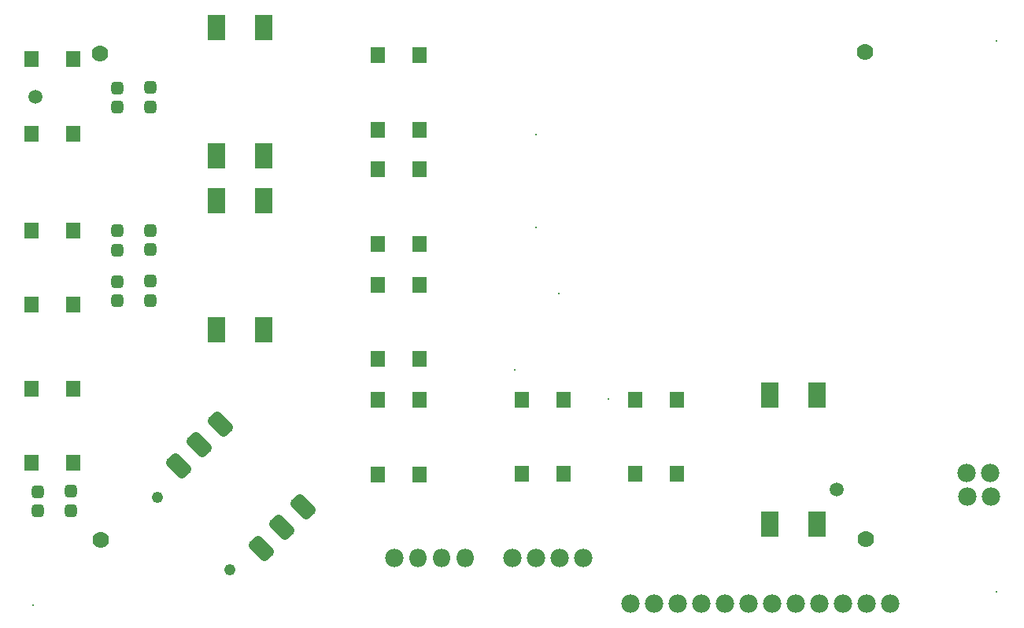
<source format=gts>
G04*
G04 #@! TF.GenerationSoftware,Altium Limited,CircuitStudio,1.5.2 (30)*
G04*
G04 Layer_Color=2162853*
%FSLAX25Y25*%
%MOIN*%
G70*
G01*
G75*
%ADD26C,0.07000*%
G04:AMPARAMS|DCode=115|XSize=55.24mil|YSize=55.24mil|CornerRadius=19.59mil|HoleSize=0mil|Usage=FLASHONLY|Rotation=270.000|XOffset=0mil|YOffset=0mil|HoleType=Round|Shape=RoundedRectangle|*
%AMROUNDEDRECTD115*
21,1,0.05524,0.01606,0,0,270.0*
21,1,0.01606,0.05524,0,0,270.0*
1,1,0.03918,-0.00803,-0.00803*
1,1,0.03918,-0.00803,0.00803*
1,1,0.03918,0.00803,0.00803*
1,1,0.03918,0.00803,-0.00803*
%
%ADD115ROUNDEDRECTD115*%
%ADD116R,0.05918X0.07099*%
%ADD117R,0.07493X0.10642*%
G04:AMPARAMS|DCode=118|XSize=108mil|YSize=68mil|CornerRadius=19mil|HoleSize=0mil|Usage=FLASHONLY|Rotation=315.000|XOffset=0mil|YOffset=0mil|HoleType=Round|Shape=RoundedRectangle|*
%AMROUNDEDRECTD118*
21,1,0.10800,0.03000,0,0,315.0*
21,1,0.07000,0.06800,0,0,315.0*
1,1,0.03800,0.01414,-0.03536*
1,1,0.03800,-0.03536,0.01414*
1,1,0.03800,-0.01414,0.03536*
1,1,0.03800,0.03536,-0.01414*
%
%ADD118ROUNDEDRECTD118*%
%ADD119C,0.05937*%
%ADD120C,0.04800*%
%ADD121C,0.00800*%
%ADD122C,0.07800*%
%ADD123O,0.07300X0.07800*%
D26*
X3266906Y1741234D02*
D03*
X2942902Y1740734D02*
D03*
X2942542Y1946834D02*
D03*
X3266546Y1947334D02*
D03*
D115*
X2930402Y1761434D02*
D03*
Y1753234D02*
D03*
X2963902Y1932434D02*
D03*
Y1924234D02*
D03*
Y1871934D02*
D03*
Y1863734D02*
D03*
Y1850434D02*
D03*
Y1842234D02*
D03*
X2949902Y1850234D02*
D03*
Y1842034D02*
D03*
Y1871734D02*
D03*
Y1863534D02*
D03*
Y1932234D02*
D03*
Y1924034D02*
D03*
X2916402Y1761234D02*
D03*
Y1753034D02*
D03*
D116*
X3187072Y1800320D02*
D03*
Y1768825D02*
D03*
X3169356D02*
D03*
Y1800320D02*
D03*
X3077958Y1946148D02*
D03*
Y1914652D02*
D03*
X3060242D02*
D03*
Y1946148D02*
D03*
X3077972Y1897682D02*
D03*
Y1866186D02*
D03*
X3060256D02*
D03*
Y1897682D02*
D03*
X3078058Y1800048D02*
D03*
Y1768552D02*
D03*
X3060342D02*
D03*
Y1800048D02*
D03*
X3077972Y1848982D02*
D03*
Y1817486D02*
D03*
X3060256D02*
D03*
Y1848982D02*
D03*
X2931260Y1871982D02*
D03*
Y1840486D02*
D03*
X2913543D02*
D03*
Y1871982D02*
D03*
X2931260Y1944482D02*
D03*
Y1912986D02*
D03*
X2913543D02*
D03*
Y1944482D02*
D03*
X2931260Y1804982D02*
D03*
Y1773486D02*
D03*
X2913543D02*
D03*
Y1804982D02*
D03*
X3138972Y1800320D02*
D03*
Y1768825D02*
D03*
X3121256D02*
D03*
Y1800320D02*
D03*
D117*
X3011902Y1884484D02*
D03*
X2991902D02*
D03*
X3011902Y1829984D02*
D03*
X2991902Y1829984D02*
D03*
X3246402Y1802084D02*
D03*
X3226402D02*
D03*
X3246402Y1747584D02*
D03*
X3226402Y1747584D02*
D03*
X3011902Y1957984D02*
D03*
X2991902D02*
D03*
X3011902Y1903484D02*
D03*
X2991902Y1903484D02*
D03*
D118*
X3019669Y1746029D02*
D03*
X2984633Y1781064D02*
D03*
X2993474Y1789905D02*
D03*
X3028510Y1754870D02*
D03*
X2975792Y1772223D02*
D03*
X3010828Y1737188D02*
D03*
D119*
X2915380Y1928446D02*
D03*
X3254700Y1762300D02*
D03*
D120*
X2997559Y1728270D02*
D03*
X2966870Y1758959D02*
D03*
D121*
X3127269Y1912370D02*
D03*
Y1873000D02*
D03*
X3157900Y1800500D02*
D03*
X3118200Y1812900D02*
D03*
X3136800Y1845100D02*
D03*
X2914402Y1713234D02*
D03*
X3322401Y1718734D02*
D03*
Y1952234D02*
D03*
D122*
X3187402Y1713734D02*
D03*
X3197402D02*
D03*
X3167402D02*
D03*
X3177402D02*
D03*
X3217402D02*
D03*
X3207402D02*
D03*
X3237402D02*
D03*
X3227402D02*
D03*
X3257402D02*
D03*
X3247401D02*
D03*
X3277402D02*
D03*
X3267402D02*
D03*
X3137402Y1733234D02*
D03*
X3319732Y1769253D02*
D03*
X3309732D02*
D03*
X3309832Y1759011D02*
D03*
X3319832D02*
D03*
X3147402Y1733234D02*
D03*
X3067402D02*
D03*
X3117402D02*
D03*
X3127402D02*
D03*
D123*
X3087402D02*
D03*
X3097402D02*
D03*
X3077402D02*
D03*
M02*

</source>
